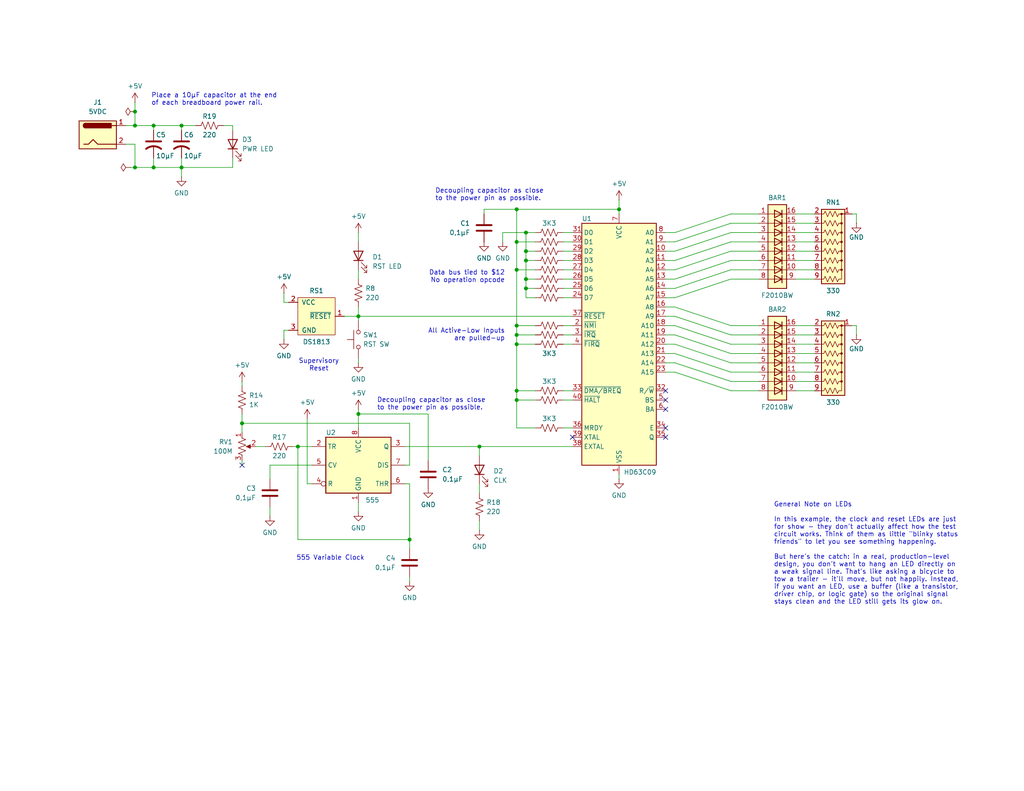
<source format=kicad_sch>
(kicad_sch (version 20250114) (generator "eeschema") (generator_version "9.0")
  (paper "USLetter")
  (title_block (title "Testing the CPU with a NOP tester") (date "2025-09-10") (rev "2.0") (company "Frédéric \"MicroHobbyist\" Segard") (comment 1 "microhobbyist.com"))
  (lib_symbols
    (symbol "CPU_NXP_6800:MC6809"
      (property "Reference" "U" (at -7.62 34.29 0))
      (property "Value" "MC6809" (at 10.16 34.29 0))
      (symbol "MC6809_0_1"
        (rectangle (start -10.16 -33.02) (end 10.16 33.02) (stroke (width 0.254)) (fill (type background)))
      )
      (symbol "MC6809_1_1"
        (pin bidirectional line (at -12.7 30.48 0) (length 2.54) (name "D0") (number "31"))
        (pin bidirectional line (at -12.7 27.94 0) (length 2.54) (name "D1") (number "30"))
        (pin bidirectional line (at -12.7 25.4 0) (length 2.54) (name "D2") (number "29"))
        (pin bidirectional line (at -12.7 22.86 0) (length 2.54) (name "D3") (number "28"))
        (pin bidirectional line (at -12.7 20.32 0) (length 2.54) (name "D4") (number "27"))
        (pin bidirectional line (at -12.7 17.78 0) (length 2.54) (name "D5") (number "26"))
        (pin bidirectional line (at -12.7 15.24 0) (length 2.54) (name "D6") (number "25"))
        (pin bidirectional line (at -12.7 12.7 0) (length 2.54) (name "D7") (number "24"))
        (pin input line (at -12.7 7.62 0) (length 2.54) (name "~{RESET}") (number "37"))
        (pin input line (at -12.7 5.08 0) (length 2.54) (name "~{NMI}") (number "2"))
        (pin input line (at -12.7 2.54 0) (length 2.54) (name "~{IRQ}") (number "3"))
        (pin input line (at -12.7 0 0) (length 2.54) (name "~{FIRQ}") (number "4"))
        (pin input line (at -12.7 -12.7 0) (length 2.54) (name "~{DMA/BREQ}") (number "33"))
        (pin input line (at -12.7 -15.24 0) (length 2.54) (name "~{HALT}") (number "40"))
        (pin input line (at -12.7 -22.86 0) (length 2.54) (name "MRDY") (number "36"))
        (pin input line (at -12.7 -25.4 0) (length 2.54) (name "XTAL") (number "39"))
        (pin input line (at -12.7 -27.94 0) (length 2.54) (name "EXTAL") (number "38"))
        (pin power_in line (at 0 35.56 270) (length 2.54) (name "VCC") (number "7"))
        (pin power_in line (at 0 -35.56 90) (length 2.54) (name "VSS") (number "1"))
        (pin output line (at 12.7 30.48 180) (length 2.54) (name "A0") (number "8"))
        (pin output line (at 12.7 27.94 180) (length 2.54) (name "A1") (number "9"))
        (pin output line (at 12.7 25.4 180) (length 2.54) (name "A2") (number "10"))
        (pin output line (at 12.7 22.86 180) (length 2.54) (name "A3") (number "11"))
        (pin output line (at 12.7 20.32 180) (length 2.54) (name "A4") (number "12"))
        (pin output line (at 12.7 17.78 180) (length 2.54) (name "A5") (number "13"))
        (pin output line (at 12.7 15.24 180) (length 2.54) (name "A6") (number "14"))
        (pin output line (at 12.7 12.7 180) (length 2.54) (name "A7") (number "15"))
        (pin output line (at 12.7 10.16 180) (length 2.54) (name "A8") (number "16"))
        (pin output line (at 12.7 7.62 180) (length 2.54) (name "A9") (number "17"))
        (pin output line (at 12.7 5.08 180) (length 2.54) (name "A10") (number "18"))
        (pin output line (at 12.7 2.54 180) (length 2.54) (name "A11") (number "19"))
        (pin output line (at 12.7 0 180) (length 2.54) (name "A12") (number "20"))
        (pin output line (at 12.7 -2.54 180) (length 2.54) (name "A13") (number "21"))
        (pin output line (at 12.7 -5.08 180) (length 2.54) (name "A14") (number "22"))
        (pin output line (at 12.7 -7.62 180) (length 2.54) (name "A15") (number "23"))
        (pin output line (at 12.7 -12.7 180) (length 2.54) (name "R/~{W}") (number "32"))
        (pin output line (at 12.7 -15.24 180) (length 2.54) (name "BS") (number "5"))
        (pin output line (at 12.7 -17.78 180) (length 2.54) (name "BA") (number "6"))
        (pin output line (at 12.7 -22.86 180) (length 2.54) (name "E") (number "34"))
        (pin output line (at 12.7 -25.4 180) (length 2.54) (name "Q") (number "35"))
      )
    )
    (symbol "Connector:Jack-DC" (pin_names (offset 1.016))
      (property "Reference" "J" (at 0 5.334 0))
      (property "Value" "Jack-DC" (at 0 -5.08 0))
      (symbol "Jack-DC_0_1"
        (rectangle (start -5.08 3.81) (end 5.08 -3.81) (stroke (width 0.254)) (fill (type background)))
        (polyline (pts (xy -3.81 -2.54) (xy -2.54 -2.54) (xy -1.27 -1.27) (xy 0 -2.54) (xy 2.54 -2.54) (xy 5.08 -2.54)) (stroke (width 0.254)))
        (arc (start -3.302 1.905) (mid -3.9343 2.54) (end -3.302 3.175) (stroke (width 0.254)))
        (arc (start -3.302 1.905) (mid -3.9343 2.54) (end -3.302 3.175) (stroke (width 0.254)) (fill (type outline)))
        (rectangle (start 3.683 3.175) (end -3.302 1.905) (stroke (width 0.254)) (fill (type outline)))
        (polyline (pts (xy 5.08 2.54) (xy 3.81 2.54)) (stroke (width 0.254)))
      )
      (symbol "Jack-DC_1_1"
        (pin passive line (at 7.62 2.54 180) (length 2.54) (name "~") (number "1"))
        (pin passive line (at 7.62 -2.54 180) (length 2.54) (name "~") (number "2"))
      )
    )
    (symbol "Device:C" (pin_numbers (hide yes)) (pin_names (offset 0.254))
      (property "Reference" "C" (at 0.635 2.54 0))
      (property "Value" "C" (at 0.635 -2.54 0))
      (symbol "C_0_1"
        (polyline (pts (xy -2.032 0.762) (xy 2.032 0.762)) (stroke (width 0.508)))
        (polyline (pts (xy -2.032 -0.762) (xy 2.032 -0.762)) (stroke (width 0.508)))
      )
      (symbol "C_1_1"
        (pin passive line (at 0 3.81 270) (length 2.794) (name "~") (number "1"))
        (pin passive line (at 0 -3.81 90) (length 2.794) (name "~") (number "2"))
      )
    )
    (symbol "Device:C_US" (pin_numbers (hide yes)) (pin_names (offset 0.254) (hide yes))
      (property "Reference" "C" (at 0.635 2.54 0))
      (property "Value" "C_US" (at 0.635 -2.54 0))
      (symbol "C_US_0_1"
        (polyline (pts (xy -2.032 0.762) (xy 2.032 0.762)) (stroke (width 0.508)))
        (arc (start -2.032 -1.27) (mid 0 -0.5572) (end 2.032 -1.27) (stroke (width 0.508)))
      )
      (symbol "C_US_1_1"
        (pin passive line (at 0 3.81 270) (length 2.794) (name "~") (number "1"))
        (pin passive line (at 0 -3.81 90) (length 3.302) (name "~") (number "2"))
      )
    )
    (symbol "Device:LED" (pin_numbers (hide yes)) (pin_names (offset 1.016) (hide yes))
      (property "Reference" "D" (at 0 2.54 0))
      (property "Value" "LED" (at 0 -2.54 0))
      (symbol "LED_0_1"
        (polyline (pts (xy -3.048 -0.762) (xy -4.572 -2.286) (xy -3.81 -2.286) (xy -4.572 -2.286) (xy -4.572 -1.524)))
        (polyline (pts (xy -1.778 -0.762) (xy -3.302 -2.286) (xy -2.54 -2.286) (xy -3.302 -2.286) (xy -3.302 -1.524)))
        (polyline (pts (xy -1.27 0) (xy 1.27 0)))
        (polyline (pts (xy -1.27 -1.27) (xy -1.27 1.27)) (stroke (width 0.254)))
        (polyline (pts (xy 1.27 -1.27) (xy 1.27 1.27) (xy -1.27 0) (xy 1.27 -1.27)) (stroke (width 0.254)))
      )
      (symbol "LED_1_1"
        (pin passive line (at -3.81 0 0) (length 2.54) (name "K") (number "1"))
        (pin passive line (at 3.81 0 180) (length 2.54) (name "A") (number "2"))
      )
    )
    (symbol "Device:R_Network08_US" (pin_names (offset 0) (hide yes))
      (property "Reference" "RN" (at -12.7 0 90))
      (property "Value" "R_Network08_US" (at 10.16 0 90))
      (symbol "R_Network08_US_0_1"
        (rectangle (start -11.43 -3.175) (end 8.89 3.175) (stroke (width 0.254)) (fill (type background)))
        (circle (center -10.16 2.286) (radius 0.254) (fill (type outline)))
        (polyline (pts (xy -10.16 2.286) (xy 7.62 2.286)))
        (polyline (pts (xy -10.16 2.286) (xy -10.16 1.524) (xy -9.398 1.1684) (xy -10.922 0.508) (xy -9.398 -0.1524) (xy -10.922 -0.8382) (xy -9.398 -1.524) (xy -10.922 -2.1844) (xy -10.16 -2.54) (xy -10.16 -3.81)))
        (circle (center -7.62 2.286) (radius 0.254) (fill (type outline)))
        (polyline (pts (xy -7.62 2.286) (xy -7.62 1.524) (xy -6.858 1.1684) (xy -8.382 0.508) (xy -6.858 -0.1524) (xy -8.382 -0.8382) (xy -6.858 -1.524) (xy -8.382 -2.1844) (xy -7.62 -2.54) (xy -7.62 -3.81)))
        (circle (center -5.08 2.286) (radius 0.254) (fill (type outline)))
        (polyline (pts (xy -5.08 2.286) (xy -5.08 1.524) (xy -4.318 1.1684) (xy -5.842 0.508) (xy -4.318 -0.1524) (xy -5.842 -0.8382) (xy -4.318 -1.524) (xy -5.842 -2.1844) (xy -5.08 -2.54) (xy -5.08 -3.81)))
        (circle (center -2.54 2.286) (radius 0.254) (fill (type outline)))
        (polyline (pts (xy -2.54 2.286) (xy -2.54 1.524) (xy -1.778 1.1684) (xy -3.302 0.508) (xy -1.778 -0.1524) (xy -3.302 -0.8382) (xy -1.778 -1.524) (xy -3.302 -2.1844) (xy -2.54 -2.54) (xy -2.54 -3.81)))
        (circle (center 0 2.286) (radius 0.254) (fill (type outline)))
        (polyline (pts (xy 0 2.286) (xy 0 1.524) (xy 0.762 1.1684) (xy -0.762 0.508) (xy 0.762 -0.1524) (xy -0.762 -0.8382) (xy 0.762 -1.524) (xy -0.762 -2.1844) (xy 0 -2.54) (xy 0 -3.81)))
        (polyline (pts (xy 2.54 2.286) (xy 2.54 1.524) (xy 3.302 1.1684) (xy 1.778 0.508) (xy 3.302 -0.1524) (xy 1.778 -0.8382) (xy 3.302 -1.524) (xy 1.778 -2.1844) (xy 2.54 -2.54) (xy 2.54 -3.81)))
        (circle (center 2.54 2.286) (radius 0.254) (fill (type outline)))
        (polyline (pts (xy 5.08 2.286) (xy 5.08 1.524) (xy 5.842 1.1684) (xy 4.318 0.508) (xy 5.842 -0.1524) (xy 4.318 -0.8382) (xy 5.842 -1.524) (xy 4.318 -2.1844) (xy 5.08 -2.54) (xy 5.08 -3.81)))
        (circle (center 5.08 2.286) (radius 0.254) (fill (type outline)))
        (polyline (pts (xy 7.62 2.286) (xy 7.62 1.524) (xy 8.382 1.1684) (xy 6.858 0.508) (xy 8.382 -0.1524) (xy 6.858 -0.8382) (xy 8.382 -1.524) (xy 6.858 -2.1844) (xy 7.62 -2.54) (xy 7.62 -3.81)))
      )
      (symbol "R_Network08_US_1_1"
        (pin passive line (at -10.16 5.08 270) (length 2.54) (name "common") (number "1"))
        (pin passive line (at -10.16 -5.08 90) (length 1.27) (name "R1") (number "2"))
        (pin passive line (at -7.62 -5.08 90) (length 1.27) (name "R2") (number "3"))
        (pin passive line (at -5.08 -5.08 90) (length 1.27) (name "R3") (number "4"))
        (pin passive line (at -2.54 -5.08 90) (length 1.27) (name "R4") (number "5"))
        (pin passive line (at 0 -5.08 90) (length 1.27) (name "R5") (number "6"))
        (pin passive line (at 2.54 -5.08 90) (length 1.27) (name "R6") (number "7"))
        (pin passive line (at 5.08 -5.08 90) (length 1.27) (name "R7") (number "8"))
        (pin passive line (at 7.62 -5.08 90) (length 1.27) (name "R8") (number "9"))
      )
    )
    (symbol "Device:R_Potentiometer_US" (pin_names (offset 1.016) (hide yes))
      (property "Reference" "RV" (at -4.445 0 90))
      (property "Value" "R_Potentiometer_US" (at -2.54 0 90))
      (symbol "R_Potentiometer_US_0_1"
        (polyline (pts (xy 0 2.54) (xy 0 2.286)))
        (polyline (pts (xy 0 2.286) (xy 1.016 1.905) (xy 0 1.524) (xy -1.016 1.143) (xy 0 0.762)))
        (polyline (pts (xy 0 0.762) (xy 1.016 0.381) (xy 0 0) (xy -1.016 -0.381) (xy 0 -0.762)))
        (polyline (pts (xy 0 -0.762) (xy 1.016 -1.143) (xy 0 -1.524) (xy -1.016 -1.905) (xy 0 -2.286)))
        (polyline (pts (xy 0 -2.286) (xy 0 -2.54)))
        (polyline (pts (xy 1.143 0) (xy 2.286 0.508) (xy 2.286 -0.508) (xy 1.143 0)) (fill (type outline)))
        (polyline (pts (xy 2.54 0) (xy 1.524 0)))
      )
      (symbol "R_Potentiometer_US_1_1"
        (pin passive line (at 0 3.81 270) (length 1.27) (name "1") (number "1"))
        (pin passive line (at 0 -3.81 90) (length 1.27) (name "3") (number "3"))
        (pin passive line (at 3.81 0 180) (length 1.27) (name "2") (number "2"))
      )
    )
    (symbol "Device:R_US" (pin_numbers (hide yes)) (pin_names (offset 0))
      (property "Reference" "R" (at 2.54 0 90))
      (property "Value" "R_US" (at -2.54 0 90))
      (symbol "R_US_0_1"
        (polyline (pts (xy 0 2.286) (xy 0 2.54)))
        (polyline (pts (xy 0 2.286) (xy 1.016 1.905) (xy 0 1.524) (xy -1.016 1.143) (xy 0 0.762)))
        (polyline (pts (xy 0 0.762) (xy 1.016 0.381) (xy 0 0) (xy -1.016 -0.381) (xy 0 -0.762)))
        (polyline (pts (xy 0 -0.762) (xy 1.016 -1.143) (xy 0 -1.524) (xy -1.016 -1.905) (xy 0 -2.286)))
        (polyline (pts (xy 0 -2.286) (xy 0 -2.54)))
      )
      (symbol "R_US_1_1"
        (pin passive line (at 0 3.81 270) (length 1.27) (name "~") (number "1"))
        (pin passive line (at 0 -3.81 90) (length 1.27) (name "~") (number "2"))
      )
    )
    (symbol "MicroHobbyist:DS1813" (pin_names (offset 1.016))
      (property "Reference" "RS" (at 0 2.54 0))
      (property "Value" "DS1813" (at 0 0 0))
      (symbol "DS1813_0_1"
        (rectangle (start -5.08 -1.27) (end 5.08 -11.43) (fill (type background)))
      )
      (symbol "DS1813_1_1"
        (pin input line (at -7.62 -2.54 0) (length 2.54) (name "VCC") (number "2"))
        (pin power_in line (at -7.62 -10.16 0) (length 2.54) (name "GND") (number "3"))
        (pin output line (at 7.62 -6.35 180) (length 2.54) (name "~{RESET}") (number "1"))
      )
    )
    (symbol "MicroHobbyist:LED_BAR_8" (pin_names (offset 1.016) (hide yes))
      (property "Reference" "BAR" (at 0 15.24 0))
      (property "Value" "F2010BW" (at 0 -12.7 0))
      (symbol "LED_BAR_8_0_1"
        (rectangle (start -2.54 12.7) (end 2.54 -10.16) (stroke (width 0.254)) (fill (type background)))
        (polyline (pts (xy -2.54 10.16) (xy 2.54 10.16)))
        (polyline (pts (xy -2.54 7.62) (xy 2.54 7.62)))
        (polyline (pts (xy -2.54 5.08) (xy 2.54 5.08)))
        (polyline (pts (xy -2.54 0) (xy 2.54 0)))
        (polyline (pts (xy -2.54 -5.08) (xy 2.54 -5.08)))
        (polyline (pts (xy -2.54 -7.62) (xy 2.54 -7.62)))
        (polyline (pts (xy -0.762 11.176) (xy -0.762 9.144) (xy 1.27 10.16) (xy -0.762 11.176)) (stroke (width 0.254)))
        (polyline (pts (xy -0.762 8.636) (xy -0.762 6.604) (xy 1.27 7.62) (xy -0.762 8.636)) (stroke (width 0.254)))
        (polyline (pts (xy -0.762 6.096) (xy -0.762 4.064) (xy 1.27 5.08) (xy -0.762 6.096)) (stroke (width 0.254)))
        (polyline (pts (xy -0.762 3.556) (xy -0.762 1.524) (xy 1.27 2.54) (xy -0.762 3.556)) (stroke (width 0.254)))
        (polyline (pts (xy -0.762 1.016) (xy -0.762 -1.016) (xy 1.27 0) (xy -0.762 1.016)) (stroke (width 0.254)))
        (polyline (pts (xy -0.762 -1.524) (xy -0.762 -3.556) (xy 1.27 -2.54) (xy -0.762 -1.524)) (stroke (width 0.254)))
        (polyline (pts (xy -0.762 -4.064) (xy -0.762 -6.096) (xy 1.27 -5.08) (xy -0.762 -4.064)) (stroke (width 0.254)))
        (polyline (pts (xy -0.762 -6.604) (xy -0.762 -8.636) (xy 1.27 -7.62) (xy -0.762 -6.604)) (stroke (width 0.254)))
        (polyline (pts (xy 1.27 11.176) (xy 1.27 9.144)) (stroke (width 0.254)))
        (polyline (pts (xy 1.27 8.636) (xy 1.27 6.604)) (stroke (width 0.254)))
        (polyline (pts (xy 1.27 6.096) (xy 1.27 4.064)) (stroke (width 0.254)))
        (polyline (pts (xy 1.27 3.556) (xy 1.27 1.524)) (stroke (width 0.254)))
        (polyline (pts (xy 1.27 1.016) (xy 1.27 -1.016)) (stroke (width 0.254)))
        (polyline (pts (xy 1.27 -1.524) (xy 1.27 -3.556)) (stroke (width 0.254)))
        (polyline (pts (xy 1.27 -4.064) (xy 1.27 -6.096)) (stroke (width 0.254)))
        (polyline (pts (xy 1.27 -6.604) (xy 1.27 -8.636)) (stroke (width 0.254)))
        (polyline (pts (xy 2.54 2.54) (xy -2.54 2.54)))
        (polyline (pts (xy 2.54 -2.54) (xy -2.54 -2.54)))
      )
      (symbol "LED_BAR_8_1_1"
        (pin passive line (at -5.08 10.16 0) (length 2.54) (name "A") (number "1"))
        (pin passive line (at -5.08 7.62 0) (length 2.54) (name "A") (number "2"))
        (pin passive line (at -5.08 5.08 0) (length 2.54) (name "A") (number "3"))
        (pin passive line (at -5.08 2.54 0) (length 2.54) (name "A") (number "4"))
        (pin passive line (at -5.08 0 0) (length 2.54) (name "A") (number "5"))
        (pin passive line (at -5.08 -2.54 0) (length 2.54) (name "A") (number "6"))
        (pin passive line (at -5.08 -5.08 0) (length 2.54) (name "A") (number "7"))
        (pin passive line (at -5.08 -7.62 0) (length 2.54) (name "A") (number "8"))
        (pin passive line (at 5.08 10.16 180) (length 2.54) (name "K") (number "16"))
        (pin passive line (at 5.08 7.62 180) (length 2.54) (name "K") (number "15"))
        (pin passive line (at 5.08 5.08 180) (length 2.54) (name "K") (number "14"))
        (pin passive line (at 5.08 2.54 180) (length 2.54) (name "K") (number "13"))
        (pin passive line (at 5.08 0 180) (length 2.54) (name "K") (number "12"))
        (pin passive line (at 5.08 -2.54 180) (length 2.54) (name "K") (number "11"))
        (pin passive line (at 5.08 -5.08 180) (length 2.54) (name "A") (number "10"))
        (pin passive line (at 5.08 -7.62 180) (length 2.54) (name "A") (number "9"))
      )
    )
    (symbol "Switch:SW_Push" (pin_numbers (hide yes)) (pin_names (offset 1.016) (hide yes))
      (property "Reference" "SW" (at 1.27 2.54 0))
      (property "Value" "SW_Push" (at 0 -1.524 0))
      (symbol "SW_Push_0_1"
        (circle (center -2.032 0) (radius 0.508))
        (polyline (pts (xy 0 1.27) (xy 0 3.048)))
        (circle (center 2.032 0) (radius 0.508))
        (polyline (pts (xy 2.54 1.27) (xy -2.54 1.27)))
        (pin passive line (at -5.08 0 0) (length 2.54) (name "1") (number "1"))
        (pin passive line (at 5.08 0 180) (length 2.54) (name "2") (number "2"))
      )
    )
    (symbol "Timer:LM555xN"
      (property "Reference" "U" (at -10.16 8.89 0))
      (property "Value" "LM555xN" (at 2.54 8.89 0))
      (symbol "LM555xN_0_0"
        (pin power_in line (at 0 10.16 270) (length 2.54) (name "VCC") (number "8"))
        (pin power_in line (at 0 -10.16 90) (length 2.54) (name "GND") (number "1"))
      )
      (symbol "LM555xN_0_1"
        (rectangle (start -8.89 -7.62) (end 8.89 7.62) (stroke (width 0.254)) (fill (type background)))
        (rectangle (start -8.89 -7.62) (end 8.89 7.62) (stroke (width 0.254)) (fill (type background)))
      )
      (symbol "LM555xN_1_1"
        (pin input line (at -12.7 5.08 0) (length 3.81) (name "TR") (number "2"))
        (pin input line (at -12.7 0 0) (length 3.81) (name "CV") (number "5"))
        (pin input inverted (at -12.7 -5.08 0) (length 3.81) (name "R") (number "4"))
        (pin output line (at 12.7 5.08 180) (length 3.81) (name "Q") (number "3"))
        (pin input line (at 12.7 0 180) (length 3.81) (name "DIS") (number "7"))
        (pin input line (at 12.7 -5.08 180) (length 3.81) (name "THR") (number "6"))
      )
    )
    (symbol "power:+5V" (power) (pin_numbers (hide yes)) (pin_names (offset 0) (hide yes))
      (property "Value" "+5V" (at 0 3.556 0))
      (symbol "+5V_0_1"
        (polyline (pts (xy -0.762 1.27) (xy 0 2.54)))
        (polyline (pts (xy 0 2.54) (xy 0.762 1.27)))
        (polyline (pts (xy 0 0) (xy 0 2.54)))
      )
      (symbol "+5V_1_1"
        (pin power_in line (at 0 0 90) (length 0) (name "~") (number "1"))
      )
    )
    (symbol "power:GND" (power) (pin_numbers (hide yes)) (pin_names (offset 0) (hide yes))
      (property "Value" "GND" (at 0 -3.81 0))
      (symbol "GND_0_1"
        (polyline (pts (xy 0 0) (xy 0 -1.27) (xy 1.27 -1.27) (xy 0 -2.54) (xy -1.27 -1.27) (xy 0 -1.27)))
      )
      (symbol "GND_1_1"
        (pin power_in line (at 0 0 270) (length 0) (name "~") (number "1"))
      )
    )
    (symbol "power:PWR_FLAG" (power) (pin_numbers (hide yes)) (pin_names (offset 0) (hide yes))
      (property "Value" "PWR_FLAG" (at 0 3.81 0))
      (symbol "PWR_FLAG_0_0"
        (pin power_out line (at 0 0 90) (length 0) (name "~") (number "1"))
      )
      (symbol "PWR_FLAG_0_1"
        (polyline (pts (xy 0 0) (xy 0 1.27) (xy -1.016 1.905) (xy 0 2.54) (xy 1.016 1.905) (xy 0 1.27)))
      )
    )
  )
  (text "Place a 10µF capacitor at the end\nof each breadboard power rail." (at 41.275 25.4 0) (effects (font (size 1.27 1.27)) (justify left top)))
  (text "Data bus tied to $12\nNo operation opcode" (at 137.795 75.565 0) (effects (font (size 1.27 1.27)) (justify right)))
  (text "Decoupling capacitor as close\nto the power pin as possible." (at 118.745 51.435 0) (effects (font (size 1.27 1.27)) (justify left top)))
  (text "Decoupling capacitor as close\nto the power pin as possible." (at 102.87 108.585 0) (effects (font (size 1.27 1.27)) (justify left top)))
  (text "Supervisory\nReset" (at 86.995 99.695 0) (effects (font (size 1.27 1.27))))
  (text "555 Variable Clock" (at 90.17 152.4 0) (effects (font (size 1.27 1.27))))
  (text "All Active-Low Inputs\nare pulled-up\n" (at 137.795 91.44 0) (effects (font (size 1.27 1.27)) (justify right)))
  (text_box "General Note on LEDs\n\nIn this example, the clock and reset LEDs are just for show - they don't actually affect how the test circuit works. Think of them as little \"blinky status friends\" to let you see something happening.\n\nBut here's the catch: in a real, production-level design, you don't want to hang an LED directly on a weak signal line. That's like asking a bicycle to tow a trailer - it'll move, but not happily. Instead, if you want an LED, use a buffer (like a transistor, driver chip, or logic gate) so the original signal stays clean and the LED still gets its glow on." (at 210.185 135.89 0) (size 53.34 31.115) (margins 0.9525 0.9525 0.9525 0.9525) (stroke (width -0.0001)) (effects (font (size 1.27 1.27)) (justify left top)))
  (junction (at 81.28 121.92))
  (junction (at 36.83 30.48))
  (junction (at 140.97 106.68))
  (junction (at 49.53 45.72))
  (junction (at 36.83 45.72))
  (junction (at 140.97 73.66))
  (junction (at 41.91 34.29))
  (junction (at 130.81 121.92))
  (junction (at 97.79 86.36))
  (junction (at 140.97 109.22))
  (junction (at 143.51 68.58))
  (junction (at 143.51 76.2))
  (junction (at 97.79 113.03))
  (junction (at 111.76 147.32))
  (junction (at 140.97 57.15))
  (junction (at 143.51 78.74))
  (junction (at 140.97 66.04))
  (junction (at 66.04 115.57))
  (junction (at 140.97 91.44))
  (junction (at 36.83 34.29))
  (junction (at 41.91 45.72))
  (junction (at 140.97 93.98))
  (junction (at 143.51 71.12))
  (junction (at 140.97 88.9))
  (junction (at 49.53 34.29))
  (junction (at 143.51 63.5))
  (junction (at 168.91 57.15))
  (no_connect (at 156.21 119.38))
  (no_connect (at 181.61 109.22))
  (no_connect (at 181.61 116.84))
  (no_connect (at 181.61 119.38))
  (no_connect (at 66.04 127))
  (no_connect (at 181.61 106.68))
  (no_connect (at 181.61 111.76))
  (wire (pts (xy 184.15 88.9) (xy 199.39 93.98)))
  (wire (pts (xy 97.79 113.03) (xy 116.84 113.03)))
  (wire (pts (xy 77.47 82.55) (xy 78.74 82.55)))
  (wire (pts (xy 181.61 63.5) (xy 184.15 63.5)))
  (wire (pts (xy 222.25 104.14) (xy 217.17 104.14)))
  (wire (pts (xy 222.25 106.68) (xy 217.17 106.68)))
  (wire (pts (xy 222.25 91.44) (xy 217.17 91.44)))
  (wire (pts (xy 222.25 76.2) (xy 217.17 76.2)))
  (wire (pts (xy 36.83 34.29) (xy 41.91 34.29)))
  (wire (pts (xy 36.83 27.94) (xy 36.83 30.48)))
  (wire (pts (xy 181.61 81.28) (xy 184.15 81.28)))
  (wire (pts (xy 143.51 76.2) (xy 146.05 76.2)))
  (wire (pts (xy 60.96 34.29) (xy 63.5 34.29)))
  (wire (pts (xy 140.97 88.9) (xy 140.97 91.44)))
  (wire (pts (xy 36.83 39.37) (xy 36.83 45.72)))
  (wire (pts (xy 199.39 73.66) (xy 184.15 78.74)))
  (wire (pts (xy 168.91 130.81) (xy 168.91 129.54)))
  (wire (pts (xy 73.66 138.43) (xy 73.66 140.97)))
  (wire (pts (xy 181.61 66.04) (xy 184.15 66.04)))
  (wire (pts (xy 116.84 113.03) (xy 116.84 125.73)))
  (wire (pts (xy 143.51 76.2) (xy 143.51 78.74)))
  (wire (pts (xy 77.47 90.17) (xy 77.47 92.71)))
  (wire (pts (xy 153.67 66.04) (xy 156.21 66.04)))
  (wire (pts (xy 36.83 30.48) (xy 36.83 34.29)))
  (wire (pts (xy 153.67 68.58) (xy 156.21 68.58)))
  (wire (pts (xy 130.81 121.92) (xy 156.21 121.92)))
  (wire (pts (xy 199.39 91.44) (xy 207.01 91.44)))
  (wire (pts (xy 184.15 96.52) (xy 199.39 101.6)))
  (wire (pts (xy 140.97 106.68) (xy 140.97 109.22)))
  (wire (pts (xy 110.49 121.92) (xy 130.81 121.92)))
  (wire (pts (xy 41.91 45.72) (xy 49.53 45.72)))
  (wire (pts (xy 199.39 63.5) (xy 207.01 63.5)))
  (wire (pts (xy 110.49 127) (xy 111.76 127)))
  (wire (pts (xy 199.39 58.42) (xy 184.15 63.5)))
  (wire (pts (xy 181.61 91.44) (xy 184.15 91.44)))
  (wire (pts (xy 140.97 57.15) (xy 168.91 57.15)))
  (wire (pts (xy 143.51 71.12) (xy 143.51 76.2)))
  (wire (pts (xy 140.97 57.15) (xy 140.97 66.04)))
  (wire (pts (xy 66.04 104.14) (xy 66.04 105.41)))
  (wire (pts (xy 222.25 93.98) (xy 217.17 93.98)))
  (wire (pts (xy 153.67 109.22) (xy 156.21 109.22)))
  (wire (pts (xy 137.16 63.5) (xy 143.51 63.5)))
  (wire (pts (xy 181.61 76.2) (xy 184.15 76.2)))
  (wire (pts (xy 222.25 71.12) (xy 217.17 71.12)))
  (wire (pts (xy 184.15 91.44) (xy 199.39 96.52)))
  (wire (pts (xy 97.79 97.79) (xy 97.79 99.06)))
  (wire (pts (xy 181.61 73.66) (xy 184.15 73.66)))
  (wire (pts (xy 222.25 58.42) (xy 217.17 58.42)))
  (wire (pts (xy 143.51 63.5) (xy 143.51 68.58)))
  (wire (pts (xy 199.39 71.12) (xy 184.15 76.2)))
  (wire (pts (xy 199.39 68.58) (xy 184.15 73.66)))
  (wire (pts (xy 222.25 101.6) (xy 217.17 101.6)))
  (wire (pts (xy 49.53 34.29) (xy 49.53 35.56)))
  (wire (pts (xy 199.39 73.66) (xy 207.01 73.66)))
  (wire (pts (xy 93.98 86.36) (xy 97.79 86.36)))
  (wire (pts (xy 199.39 96.52) (xy 207.01 96.52)))
  (wire (pts (xy 63.5 34.29) (xy 63.5 35.56)))
  (wire (pts (xy 181.61 83.82) (xy 184.15 83.82)))
  (wire (pts (xy 143.51 68.58) (xy 146.05 68.58)))
  (wire (pts (xy 232.41 58.42) (xy 233.68 58.42)))
  (wire (pts (xy 140.97 73.66) (xy 140.97 88.9)))
  (wire (pts (xy 49.53 43.18) (xy 49.53 45.72)))
  (wire (pts (xy 132.08 57.15) (xy 140.97 57.15)))
  (wire (pts (xy 184.15 83.82) (xy 199.39 88.9)))
  (wire (pts (xy 140.97 91.44) (xy 146.05 91.44)))
  (wire (pts (xy 111.76 157.48) (xy 111.76 158.75)))
  (wire (pts (xy 97.79 86.36) (xy 156.21 86.36)))
  (wire (pts (xy 153.67 73.66) (xy 156.21 73.66)))
  (wire (pts (xy 66.04 113.03) (xy 66.04 115.57)))
  (wire (pts (xy 143.51 78.74) (xy 143.51 81.28)))
  (wire (pts (xy 199.39 60.96) (xy 207.01 60.96)))
  (wire (pts (xy 222.25 73.66) (xy 217.17 73.66)))
  (wire (pts (xy 83.82 114.3) (xy 83.82 132.08)))
  (wire (pts (xy 184.15 93.98) (xy 199.39 99.06)))
  (wire (pts (xy 66.04 115.57) (xy 111.76 115.57)))
  (wire (pts (xy 181.61 68.58) (xy 184.15 68.58)))
  (wire (pts (xy 232.41 88.9) (xy 233.68 88.9)))
  (wire (pts (xy 143.51 71.12) (xy 146.05 71.12)))
  (wire (pts (xy 130.81 121.92) (xy 130.81 124.46)))
  (wire (pts (xy 49.53 45.72) (xy 63.5 45.72)))
  (wire (pts (xy 69.85 121.92) (xy 72.39 121.92)))
  (wire (pts (xy 81.28 121.92) (xy 85.09 121.92)))
  (wire (pts (xy 97.79 83.82) (xy 97.79 86.36)))
  (wire (pts (xy 153.67 91.44) (xy 156.21 91.44)))
  (wire (pts (xy 222.25 68.58) (xy 217.17 68.58)))
  (wire (pts (xy 63.5 43.18) (xy 63.5 45.72)))
  (wire (pts (xy 83.82 132.08) (xy 85.09 132.08)))
  (wire (pts (xy 140.97 88.9) (xy 146.05 88.9)))
  (wire (pts (xy 153.67 63.5) (xy 156.21 63.5)))
  (wire (pts (xy 34.29 34.29) (xy 36.83 34.29)))
  (wire (pts (xy 49.53 34.29) (xy 53.34 34.29)))
  (wire (pts (xy 41.91 43.18) (xy 41.91 45.72)))
  (wire (pts (xy 153.67 116.84) (xy 156.21 116.84)))
  (wire (pts (xy 233.68 88.9) (xy 233.68 91.44)))
  (wire (pts (xy 73.66 127) (xy 73.66 130.81)))
  (wire (pts (xy 199.39 63.5) (xy 184.15 68.58)))
  (wire (pts (xy 66.04 125.73) (xy 66.04 127)))
  (wire (pts (xy 168.91 57.15) (xy 168.91 58.42)))
  (wire (pts (xy 35.56 45.72) (xy 36.83 45.72)))
  (wire (pts (xy 153.67 76.2) (xy 156.21 76.2)))
  (wire (pts (xy 181.61 96.52) (xy 184.15 96.52)))
  (wire (pts (xy 41.91 34.29) (xy 49.53 34.29)))
  (wire (pts (xy 77.47 90.17) (xy 78.74 90.17)))
  (wire (pts (xy 97.79 111.76) (xy 97.79 113.03)))
  (wire (pts (xy 140.97 93.98) (xy 146.05 93.98)))
  (wire (pts (xy 199.39 93.98) (xy 207.01 93.98)))
  (wire (pts (xy 140.97 66.04) (xy 140.97 73.66)))
  (wire (pts (xy 199.39 76.2) (xy 184.15 81.28)))
  (wire (pts (xy 111.76 115.57) (xy 111.76 127)))
  (wire (pts (xy 222.25 66.04) (xy 217.17 66.04)))
  (wire (pts (xy 153.67 81.28) (xy 156.21 81.28)))
  (wire (pts (xy 143.51 63.5) (xy 146.05 63.5)))
  (wire (pts (xy 73.66 127) (xy 85.09 127)))
  (wire (pts (xy 97.79 63.5) (xy 97.79 66.04)))
  (wire (pts (xy 140.97 91.44) (xy 140.97 93.98)))
  (wire (pts (xy 143.51 68.58) (xy 143.51 71.12)))
  (wire (pts (xy 130.81 142.24) (xy 130.81 144.78)))
  (wire (pts (xy 140.97 73.66) (xy 146.05 73.66)))
  (wire (pts (xy 111.76 147.32) (xy 111.76 149.86)))
  (wire (pts (xy 97.79 139.7) (xy 97.79 137.16)))
  (wire (pts (xy 181.61 93.98) (xy 184.15 93.98)))
  (wire (pts (xy 110.49 132.08) (xy 111.76 132.08)))
  (wire (pts (xy 199.39 71.12) (xy 207.01 71.12)))
  (wire (pts (xy 66.04 115.57) (xy 66.04 118.11)))
  (wire (pts (xy 199.39 66.04) (xy 184.15 71.12)))
  (wire (pts (xy 132.08 57.15) (xy 132.08 58.42)))
  (wire (pts (xy 153.67 88.9) (xy 156.21 88.9)))
  (wire (pts (xy 140.97 109.22) (xy 140.97 116.84)))
  (wire (pts (xy 181.61 99.06) (xy 184.15 99.06)))
  (wire (pts (xy 153.67 71.12) (xy 156.21 71.12)))
  (wire (pts (xy 222.25 96.52) (xy 217.17 96.52)))
  (wire (pts (xy 77.47 80.01) (xy 77.47 82.55)))
  (wire (pts (xy 137.16 63.5) (xy 137.16 66.04)))
  (wire (pts (xy 199.39 60.96) (xy 184.15 66.04)))
  (wire (pts (xy 34.29 39.37) (xy 36.83 39.37)))
  (wire (pts (xy 199.39 58.42) (xy 207.01 58.42)))
  (wire (pts (xy 199.39 66.04) (xy 207.01 66.04)))
  (wire (pts (xy 199.39 106.68) (xy 207.01 106.68)))
  (wire (pts (xy 143.51 78.74) (xy 146.05 78.74)))
  (wire (pts (xy 199.39 99.06) (xy 207.01 99.06)))
  (wire (pts (xy 140.97 66.04) (xy 146.05 66.04)))
  (wire (pts (xy 181.61 71.12) (xy 184.15 71.12)))
  (wire (pts (xy 97.79 86.36) (xy 97.79 87.63)))
  (wire (pts (xy 181.61 88.9) (xy 184.15 88.9)))
  (wire (pts (xy 199.39 104.14) (xy 207.01 104.14)))
  (wire (pts (xy 184.15 86.36) (xy 199.39 91.44)))
  (wire (pts (xy 222.25 88.9) (xy 217.17 88.9)))
  (wire (pts (xy 199.39 76.2) (xy 207.01 76.2)))
  (wire (pts (xy 153.67 78.74) (xy 156.21 78.74)))
  (wire (pts (xy 49.53 45.72) (xy 49.53 48.26)))
  (wire (pts (xy 181.61 78.74) (xy 184.15 78.74)))
  (wire (pts (xy 181.61 101.6) (xy 184.15 101.6)))
  (wire (pts (xy 199.39 68.58) (xy 207.01 68.58)))
  (wire (pts (xy 130.81 132.08) (xy 130.81 134.62)))
  (wire (pts (xy 41.91 34.29) (xy 41.91 35.56)))
  (wire (pts (xy 153.67 93.98) (xy 156.21 93.98)))
  (wire (pts (xy 222.25 60.96) (xy 217.17 60.96)))
  (wire (pts (xy 199.39 88.9) (xy 207.01 88.9)))
  (wire (pts (xy 153.67 106.68) (xy 156.21 106.68)))
  (wire (pts (xy 199.39 101.6) (xy 207.01 101.6)))
  (wire (pts (xy 140.97 109.22) (xy 146.05 109.22)))
  (wire (pts (xy 184.15 99.06) (xy 199.39 104.14)))
  (wire (pts (xy 181.61 86.36) (xy 184.15 86.36)))
  (wire (pts (xy 184.15 101.6) (xy 199.39 106.68)))
  (wire (pts (xy 222.25 99.06) (xy 217.17 99.06)))
  (wire (pts (xy 140.97 93.98) (xy 140.97 106.68)))
  (wire (pts (xy 97.79 73.66) (xy 97.79 76.2)))
  (wire (pts (xy 81.28 121.92) (xy 81.28 147.32)))
  (wire (pts (xy 168.91 54.61) (xy 168.91 57.15)))
  (wire (pts (xy 36.83 45.72) (xy 41.91 45.72)))
  (wire (pts (xy 222.25 63.5) (xy 217.17 63.5)))
  (wire (pts (xy 140.97 116.84) (xy 146.05 116.84)))
  (wire (pts (xy 140.97 106.68) (xy 146.05 106.68)))
  (wire (pts (xy 97.79 113.03) (xy 97.79 116.84)))
  (wire (pts (xy 143.51 81.28) (xy 146.05 81.28)))
  (wire (pts (xy 80.01 121.92) (xy 81.28 121.92)))
  (wire (pts (xy 233.68 58.42) (xy 233.68 60.96)))
  (wire (pts (xy 111.76 132.08) (xy 111.76 147.32)))
  (wire (pts (xy 81.28 147.32) (xy 111.76 147.32)))
  (symbol (lib_id "power:+5V") (at 97.79 63.5 0) (unit 1)
    (property "Reference" "#PWR03" (effects (hide yes)))
    (property "Value" "+5V" (at 97.79 59.055 0))
    (property "Description" "Power symbol creates a global label with name \"+5V\"" (effects (hide yes)))
  )
  (symbol (lib_id "power:PWR_FLAG") (at 36.83 30.48 90) (unit 1)
    (property "Reference" "#FLG02" (effects (hide yes)))
    (property "Value" "PWR_FLAG" (effects (hide yes)))
    (property "Description" "Special symbol for telling ERC where power comes from" (effects (hide yes)))
  )
  (symbol (lib_id "Device:C") (at 132.08 62.23 0) (mirror y) (unit 1)
    (property "Reference" "C1" (at 128.27 60.9599 0) (effects (justify left)))
    (property "Value" "0,1µF" (at 128.27 63.4999 0) (effects (justify left)))
    (property "Description" "Unpolarized capacitor" (effects (hide yes)))
  )
  (symbol (lib_id "Device:C_US") (at 49.53 39.37 0) (unit 1)
    (property "Reference" "C6" (at 50.165 36.83 0) (effects (justify left)))
    (property "Value" "10µF" (at 50.165 42.545 0) (effects (justify left)))
    (property "Description" "capacitor, US symbol" (effects (hide yes)))
  )
  (symbol (lib_id "Device:R_US") (at 149.86 109.22 90) (unit 1)
    (property "Reference" "R15" (effects (hide yes)))
    (property "Value" "3K3" (effects (hide yes)))
    (property "Description" "Resistor, US symbol" (effects (hide yes)))
  )
  (symbol (lib_id "Device:R_US") (at 130.81 138.43 180) (unit 1)
    (property "Reference" "R18" (at 132.715 137.16 0) (effects (justify right)))
    (property "Value" "220" (at 132.715 139.7 0) (effects (justify right)))
    (property "Description" "Resistor, US symbol" (effects (hide yes)))
  )
  (symbol (lib_id "Timer:LM555xN") (at 97.79 127 0) (unit 1)
    (property "Reference" "U2" (at 88.9 118.11 0) (effects (justify left)))
    (property "Value" "555" (at 99.695 136.525 0) (effects (justify left)))
    (property "Footprint" "Package_DIP:DIP-8_W7.62mm" (effects (hide yes)))
    (property "Datasheet" "http://www.ti.com/lit/ds/symlink/lm555.pdf" (effects (hide yes)))
    (property "Description" "Timer, 555 compatible, PDIP-8" (effects (hide yes)))
  )
  (symbol (lib_id "Device:R_US") (at 149.86 91.44 90) (unit 1)
    (property "Reference" "R11" (effects (hide yes)))
    (property "Value" "3K3" (effects (hide yes)))
    (property "Description" "Resistor, US symbol" (effects (hide yes)))
  )
  (symbol (lib_id "Device:R_US") (at 149.86 88.9 90) (unit 1)
    (property "Reference" "R10" (effects (hide yes)))
    (property "Value" "3K3" (at 149.86 96.52 90))
    (property "Description" "Resistor, US symbol" (effects (hide yes)))
  )
  (symbol (lib_id "Device:C") (at 73.66 134.62 0) (mirror y) (unit 1)
    (property "Reference" "C3" (at 69.85 133.3499 0) (effects (justify left)))
    (property "Value" "0,1µF" (at 69.85 135.8899 0) (effects (justify left)))
    (property "Description" "Unpolarized capacitor" (effects (hide yes)))
  )
  (symbol (lib_id "Device:R_US") (at 149.86 106.68 90) (unit 1)
    (property "Reference" "R13" (effects (hide yes)))
    (property "Value" "3K3" (at 149.86 104.14 90))
    (property "Description" "Resistor, US symbol" (effects (hide yes)))
  )
  (symbol (lib_id "Device:R_Network08_US") (at 227.33 68.58 270) (unit 1)
    (property "Reference" "RN1" (at 227.33 55.245 90))
    (property "Value" "330" (at 227.33 79.375 90))
    (property "Footprint" "Resistor_THT:R_Array_SIP9" (effects (hide yes)))
    (property "Datasheet" "http://www.vishay.com/docs/31509/csc.pdf" (effects (hide yes)))
    (property "Description" "8 resistor network, star topology, bussed resistors, small US symbol" (effects (hide yes)))
  )
  (symbol (lib_id "Device:R_US") (at 149.86 63.5 90) (unit 1)
    (property "Reference" "R1" (effects (hide yes)))
    (property "Value" "3K3" (at 149.86 60.96 90))
    (property "Description" "Resistor, US symbol" (effects (hide yes)))
  )
  (symbol (lib_id "Device:R_US") (at 149.86 116.84 90) (unit 1)
    (property "Reference" "R16" (effects (hide yes)))
    (property "Value" "3K3" (at 149.86 114.3 90))
    (property "Description" "Resistor, US symbol" (effects (hide yes)))
  )
  (symbol (lib_id "power:GND") (at 77.47 92.71 0) (unit 1)
    (property "Reference" "#PWR08" (effects (hide yes)))
    (property "Value" "GND" (at 77.47 97.155 0))
    (property "Description" "Power symbol creates a global label with name \"GND\" , ground" (effects (hide yes)))
  )
  (symbol (lib_id "power:GND") (at 233.68 60.96 0) (unit 1)
    (property "Reference" "#PWR02" (effects (hide yes)))
    (property "Value" "GND" (at 233.68 64.77 0))
    (property "Description" "Power symbol creates a global label with name \"GND\" , ground" (effects (hide yes)))
  )
  (symbol (lib_id "Device:LED") (at 63.5 39.37 90) (unit 1)
    (property "Reference" "D3" (at 66.04 38.1 90) (effects (justify right)))
    (property "Value" "PWR LED" (at 66.04 40.64 90) (effects (justify right)))
    (property "Description" "Light emitting diode" (effects (hide yes)))
    (property "Sim.Pins" "1=K 2=A" (effects (hide yes)))
  )
  (symbol (lib_id "power:GND") (at 97.79 139.7 0) (unit 1)
    (property "Reference" "#PWR015" (effects (hide yes)))
    (property "Value" "GND" (at 97.79 144.145 0))
    (property "Description" "Power symbol creates a global label with name \"GND\" , ground" (effects (hide yes)))
  )
  (symbol (lib_id "Device:R_US") (at 149.86 78.74 90) (unit 1)
    (property "Reference" "R7" (effects (hide yes)))
    (property "Value" "3K3" (effects (hide yes)))
    (property "Description" "Resistor, US symbol" (effects (hide yes)))
  )
  (symbol (lib_id "power:GND") (at 116.84 133.35 0) (unit 1)
    (property "Reference" "#PWR014" (effects (hide yes)))
    (property "Value" "GND" (at 116.84 137.795 0))
    (property "Description" "Power symbol creates a global label with name \"GND\" , ground" (effects (hide yes)))
  )
  (symbol (lib_id "MicroHobbyist:LED_BAR_8") (at 212.09 99.06 0) (unit 1)
    (property "Reference" "BAR2" (at 212.09 84.455 0))
    (property "Value" "F2010BW" (at 212.09 111.125 0))
    (property "Description" "LED bar graph 8 segment block, white" (effects (hide yes)))
  )
  (symbol (lib_id "CPU_NXP_6800:MC6809") (at 168.91 93.98 0) (unit 1)
    (property "Reference" "U1" (at 158.75 59.69 0) (effects (justify left)))
    (property "Value" "HD63C09" (at 170.18 128.905 0) (effects (justify left)))
    (property "Footprint" "Package_DIP:DIP-40_W15.24mm" (effects (hide yes)))
    (property "Datasheet" "http://pdf.datasheetcatalog.com/datasheet/motorola/MC68B09S.pdf" (effects (hide yes)))
    (property "Description" "8-Bit Microprocessing unit 1.0MHz, DIP-40" (effects (hide yes)))
  )
  (symbol (lib_id "Device:R_US") (at 149.86 81.28 90) (unit 1)
    (property "Reference" "R9" (effects (hide yes)))
    (property "Value" "3K3" (effects (hide yes)))
    (property "Description" "Resistor, US symbol" (effects (hide yes)))
  )
  (symbol (lib_id "power:+5V") (at 77.47 80.01 0) (unit 1)
    (property "Reference" "#PWR06" (effects (hide yes)))
    (property "Value" "+5V" (at 77.47 75.565 0))
    (property "Description" "Power symbol creates a global label with name \"+5V\"" (effects (hide yes)))
  )
  (symbol (lib_id "power:GND") (at 49.53 48.26 0) (unit 1)
    (property "Reference" "#PWR021" (effects (hide yes)))
    (property "Value" "GND" (at 49.53 52.705 0))
    (property "Description" "Power symbol creates a global label with name \"GND\" , ground" (effects (hide yes)))
  )
  (symbol (lib_id "power:+5V") (at 36.83 27.94 0) (unit 1)
    (property "Reference" "#PWR020" (effects (hide yes)))
    (property "Value" "+5V" (at 36.83 23.495 0))
    (property "Description" "Power symbol creates a global label with name \"+5V\"" (effects (hide yes)))
  )
  (symbol (lib_id "power:GND") (at 132.08 66.04 0) (unit 1)
    (property "Reference" "#PWR04" (effects (hide yes)))
    (property "Value" "GND" (at 132.08 70.485 0))
    (property "Description" "Power symbol creates a global label with name \"GND\" , ground" (effects (hide yes)))
  )
  (symbol (lib_id "power:GND") (at 97.79 99.06 0) (unit 1)
    (property "Reference" "#PWR09" (effects (hide yes)))
    (property "Value" "GND" (at 97.79 103.505 0))
    (property "Description" "Power symbol creates a global label with name \"GND\" , ground" (effects (hide yes)))
  )
  (symbol (lib_id "Device:C") (at 111.76 153.67 0) (mirror y) (unit 1)
    (property "Reference" "C4" (at 107.95 152.3999 0) (effects (justify left)))
    (property "Value" "0,1µF" (at 107.95 154.9399 0) (effects (justify left)))
    (property "Description" "Unpolarized capacitor" (effects (hide yes)))
  )
  (symbol (lib_id "power:+5V") (at 168.91 54.61 0) (unit 1)
    (property "Reference" "#PWR01" (effects (hide yes)))
    (property "Value" "+5V" (at 168.91 50.165 0))
    (property "Description" "Power symbol creates a global label with name \"+5V\"" (effects (hide yes)))
  )
  (symbol (lib_id "Connector:Jack-DC") (at 26.67 36.83 0) (unit 1)
    (property "Reference" "J1" (at 26.67 27.94 0))
    (property "Value" "5VDC" (at 26.67 30.48 0))
    (property "Description" "DC Barrel Jack" (effects (hide yes)))
  )
  (symbol (lib_id "Device:R_US") (at 97.79 80.01 180) (unit 1)
    (property "Reference" "R8" (at 99.695 78.74 0) (effects (justify right)))
    (property "Value" "220" (at 99.695 81.28 0) (effects (justify right)))
    (property "Description" "Resistor, US symbol" (effects (hide yes)))
  )
  (symbol (lib_id "power:PWR_FLAG") (at 35.56 45.72 90) (unit 1)
    (property "Reference" "#FLG01" (effects (hide yes)))
    (property "Value" "PWR_FLAG" (effects (hide yes)))
    (property "Description" "Special symbol for telling ERC where power comes from" (effects (hide yes)))
  )
  (symbol (lib_id "Switch:SW_Push") (at 97.79 92.71 90) (unit 1)
    (property "Reference" "SW1" (at 99.06 91.4399 90) (effects (justify right)))
    (property "Value" "RST SW" (at 99.06 93.9799 90) (effects (justify right)))
    (property "Description" "Push button switch, generic, two pins" (effects (hide yes)))
  )
  (symbol (lib_id "Device:R_US") (at 57.15 34.29 90) (unit 1)
    (property "Reference" "R19" (at 57.15 31.75 90))
    (property "Value" "220" (at 57.15 36.83 90))
    (property "Description" "Resistor, US symbol" (effects (hide yes)))
  )
  (symbol (lib_id "Device:C") (at 116.84 129.54 0) (unit 1)
    (property "Reference" "C2" (at 120.65 128.2699 0) (effects (justify left)))
    (property "Value" "0,1µF" (at 120.65 130.8099 0) (effects (justify left)))
    (property "Description" "Unpolarized capacitor" (effects (hide yes)))
  )
  (symbol (lib_id "power:GND") (at 233.68 91.44 0) (unit 1)
    (property "Reference" "#PWR07" (effects (hide yes)))
    (property "Value" "GND" (at 233.68 95.25 0))
    (property "Description" "Power symbol creates a global label with name \"GND\" , ground" (effects (hide yes)))
  )
  (symbol (lib_id "Device:C_US") (at 41.91 39.37 0) (unit 1)
    (property "Reference" "C5" (at 42.545 36.83 0) (effects (justify left)))
    (property "Value" "10µF" (at 42.545 42.545 0) (effects (justify left)))
    (property "Description" "capacitor, US symbol" (effects (hide yes)))
  )
  (symbol (lib_id "power:GND") (at 137.16 66.04 0) (unit 1)
    (property "Reference" "#PWR05" (effects (hide yes)))
    (property "Value" "GND" (at 137.16 70.485 0))
    (property "Description" "Power symbol creates a global label with name \"GND\" , ground" (effects (hide yes)))
  )
  (symbol (lib_id "Device:R_US") (at 66.04 109.22 180) (unit 1)
    (property "Reference" "R14" (at 67.945 107.95 0) (effects (justify right)))
    (property "Value" "1K" (at 67.945 110.49 0) (effects (justify right)))
    (property "Description" "Resistor, US symbol" (effects (hide yes)))
  )
  (symbol (lib_id "Device:R_US") (at 149.86 76.2 90) (unit 1)
    (property "Reference" "R6" (effects (hide yes)))
    (property "Value" "3K3" (effects (hide yes)))
    (property "Description" "Resistor, US symbol" (effects (hide yes)))
  )
  (symbol (lib_id "MicroHobbyist:DS1813") (at 86.36 80.01 0) (unit 1)
    (property "Reference" "RS1" (at 86.36 79.375 0))
    (property "Value" "DS1813" (at 86.36 93.345 0))
    (property "Footprint" "Package_TO_SOT_THT:TO-92L_HandSolder" (effects (hide yes)))
    (property "Datasheet" "https://www.analog.com/media/en/technical-documentation/data-sheets/ds1813.pdf" (effects (hide yes)))
    (property "Description" "5V EconoReset with Pushbutton" (effects (hide yes)))
  )
  (symbol (lib_id "power:GND") (at 111.76 158.75 0) (unit 1)
    (property "Reference" "#PWR018" (effects (hide yes)))
    (property "Value" "GND" (at 111.76 163.195 0))
    (property "Description" "Power symbol creates a global label with name \"GND\" , ground" (effects (hide yes)))
  )
  (symbol (lib_id "Device:R_Network08_US") (at 227.33 99.06 270) (unit 1)
    (property "Reference" "RN2" (at 227.33 85.725 90))
    (property "Value" "330" (at 227.33 109.855 90))
    (property "Footprint" "Resistor_THT:R_Array_SIP9" (effects (hide yes)))
    (property "Datasheet" "http://www.vishay.com/docs/31509/csc.pdf" (effects (hide yes)))
    (property "Description" "8 resistor network, star topology, bussed resistors, small US symbol" (effects (hide yes)))
  )
  (symbol (lib_id "MicroHobbyist:LED_BAR_8") (at 212.09 68.58 0) (unit 1)
    (property "Reference" "BAR1" (at 212.09 53.975 0))
    (property "Value" "F2010BW" (at 212.09 80.645 0))
    (property "Description" "LED bar graph 8 segment block, white" (effects (hide yes)))
  )
  (symbol (lib_id "power:+5V") (at 83.82 114.3 0) (unit 1)
    (property "Reference" "#PWR012" (effects (hide yes)))
    (property "Value" "+5V" (at 83.82 109.855 0))
    (property "Description" "Power symbol creates a global label with name \"+5V\"" (effects (hide yes)))
  )
  (symbol (lib_id "power:+5V") (at 97.79 111.76 0) (unit 1)
    (property "Reference" "#PWR011" (effects (hide yes)))
    (property "Value" "+5V" (at 97.79 107.315 0))
    (property "Description" "Power symbol creates a global label with name \"+5V\"" (effects (hide yes)))
  )
  (symbol (lib_id "power:+5V") (at 66.04 104.14 0) (unit 1)
    (property "Reference" "#PWR010" (effects (hide yes)))
    (property "Value" "+5V" (at 66.04 99.695 0))
    (property "Description" "Power symbol creates a global label with name \"+5V\"" (effects (hide yes)))
  )
  (symbol (lib_id "power:GND") (at 73.66 140.97 0) (unit 1)
    (property "Reference" "#PWR016" (effects (hide yes)))
    (property "Value" "GND" (at 73.66 145.415 0))
    (property "Description" "Power symbol creates a global label with name \"GND\" , ground" (effects (hide yes)))
  )
  (symbol (lib_id "Device:LED") (at 130.81 128.27 90) (unit 1)
    (property "Reference" "D2" (at 134.62 128.5874 90) (effects (justify right)))
    (property "Value" "CLK" (at 134.62 131.1274 90) (effects (justify right)))
    (property "Description" "Light emitting diode" (effects (hide yes)))
    (property "Sim.Pins" "1=K 2=A" (effects (hide yes)))
  )
  (symbol (lib_id "Device:R_US") (at 149.86 68.58 90) (unit 1)
    (property "Reference" "R3" (effects (hide yes)))
    (property "Value" "3K3" (effects (hide yes)))
    (property "Description" "Resistor, US symbol" (effects (hide yes)))
  )
  (symbol (lib_id "power:GND") (at 168.91 130.81 0) (unit 1)
    (property "Reference" "#PWR013" (effects (hide yes)))
    (property "Value" "GND" (at 168.91 135.255 0))
    (property "Description" "Power symbol creates a global label with name \"GND\" , ground" (effects (hide yes)))
  )
  (symbol (lib_id "Device:R_US") (at 149.86 93.98 90) (unit 1)
    (property "Reference" "R12" (effects (hide yes)))
    (property "Value" "3K3" (effects (hide yes)))
    (property "Description" "Resistor, US symbol" (effects (hide yes)))
  )
  (symbol (lib_id "Device:R_US") (at 76.2 121.92 90) (unit 1)
    (property "Reference" "R17" (at 76.2 119.38 90))
    (property "Value" "220" (at 76.2 124.46 90))
    (property "Description" "Resistor, US symbol" (effects (hide yes)))
  )
  (symbol (lib_id "Device:R_US") (at 149.86 71.12 90) (unit 1)
    (property "Reference" "R4" (effects (hide yes)))
    (property "Value" "3K3" (effects (hide yes)))
    (property "Description" "Resistor, US symbol" (effects (hide yes)))
  )
  (symbol (lib_id "Device:R_US") (at 149.86 73.66 90) (unit 1)
    (property "Reference" "R5" (effects (hide yes)))
    (property "Value" "3K3" (effects (hide yes)))
    (property "Description" "Resistor, US symbol" (effects (hide yes)))
  )
  (symbol (lib_id "Device:R_US") (at 149.86 66.04 90) (unit 1)
    (property "Reference" "R2" (effects (hide yes)))
    (property "Value" "3K3" (effects (hide yes)))
    (property "Description" "Resistor, US symbol" (effects (hide yes)))
  )
  (symbol (lib_id "power:GND") (at 130.81 144.78 0) (unit 1)
    (property "Reference" "#PWR017" (effects (hide yes)))
    (property "Value" "GND" (at 130.81 149.225 0))
    (property "Description" "Power symbol creates a global label with name \"GND\" , ground" (effects (hide yes)))
  )
  (symbol (lib_id "Device:LED") (at 97.79 69.85 90) (unit 1)
    (property "Reference" "D1" (at 101.6 70.1674 90) (effects (justify right)))
    (property "Value" "RST LED" (at 101.6 72.7074 90) (effects (justify right)))
    (property "Description" "Light emitting diode" (effects (hide yes)))
    (property "Sim.Pins" "1=K 2=A" (effects (hide yes)))
  )
  (symbol (lib_id "Device:R_Potentiometer_US") (at 66.04 121.92 0) (unit 1)
    (property "Reference" "RV1" (at 63.5 120.6499 0) (effects (justify right)))
    (property "Value" "100M" (at 63.5 123.1899 0) (effects (justify right)))
    (property "Description" "Potentiometer, US symbol" (effects (hide yes)))
  )
)
</source>
